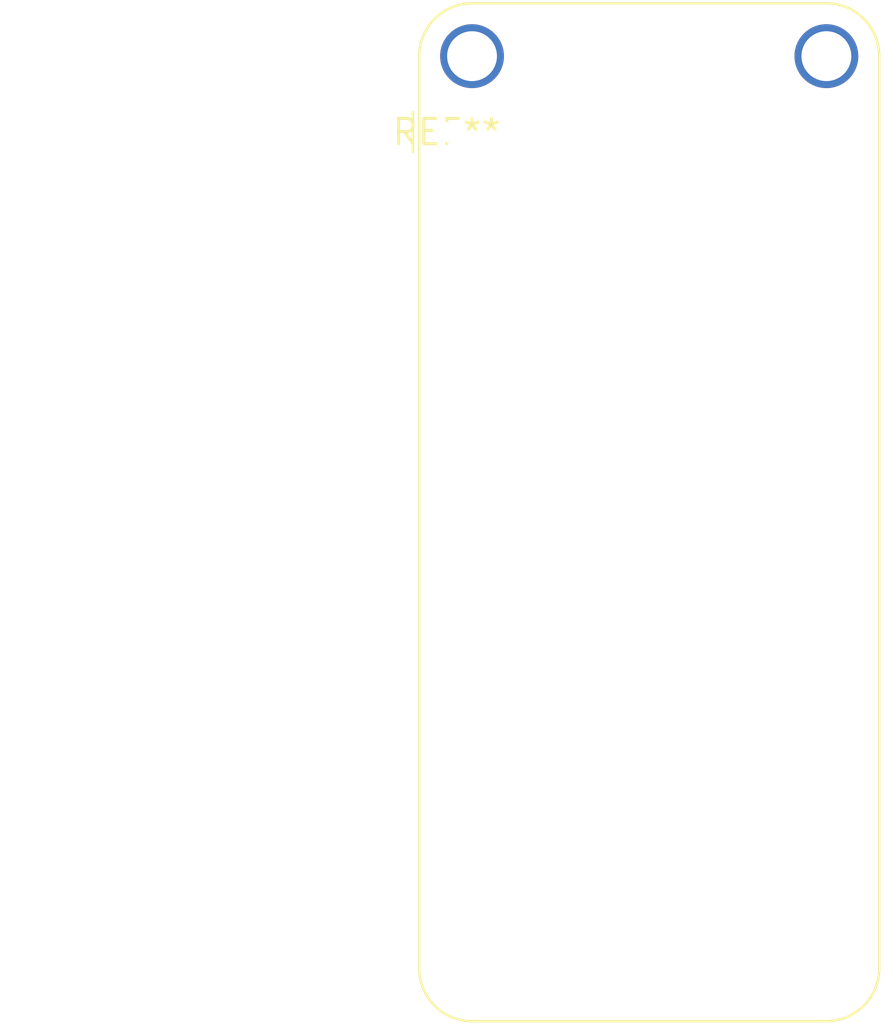
<source format=kicad_pcb>
(kicad_pcb (version 20240108) (generator pcbnew)
  (layers (0 "F.Cu" signal) (31 "B.Cu" signal) (34 "B.Paste" user) (35 "F.Paste" user) (36 "B.SilkS" user "B.Silkscreen") (37 "F.SilkS" user "F.Silkscreen") (38 "B.Mask" user) (39 "F.Mask" user) (44 "Edge.Cuts" user))
  (net 0 "")
  (footprint "Adafruit_Feather_32u4_RFM_WithMountingHoles" (layer "F.Cu") (at 0 0)
    (property "Reference" "REF**")
    (property "Value" "Adafruit_Feather_32u4_RFM_WithMountingHoles")
    (fp_line (start -1.7 1) (end -1.7 -1) (layer "F.SilkS") (stroke (width 0.12)))
    (fp_line (start -1.38 -3.81) (end -1.38 41.91) (layer "F.SilkS") (stroke (width 0.12)))
    (fp_line (start 19.05 -6.46) (end 1.27 -6.46) (layer "F.SilkS") (stroke (width 0.12)))
    (fp_line (start 19.05 44.56) (end 1.27 44.56) (layer "F.SilkS") (stroke (width 0.12)))
    (fp_line (start 21.7 -3.81) (end 21.7 41.91) (layer "F.SilkS") (stroke (width 0.12)))
    (fp_arc (start -1.38 -3.81) (mid -0.603833 -5.683833) (end 1.27 -6.46) (layer "F.SilkS") (stroke (width 0.12)))
    (fp_arc (start 1.27 44.56) (mid -0.603833 43.783833) (end -1.38 41.91) (layer "F.SilkS") (stroke (width 0.12)))
    (fp_arc (start 19.05 -6.46) (mid 20.923833 -5.683833) (end 21.7 -3.81) (layer "F.SilkS") (stroke (width 0.12)))
    (fp_arc (start 21.7 41.91) (mid 20.923833 43.783833) (end 19.05 44.56) (layer "F.SilkS") (stroke (width 0.12)))
    (pad "" np_thru_hole circle (at 1.27 -3.81 270) (size 3.2 3.2) (drill 2.5) (layers *.Cu *.Mask))
    (pad "" np_thru_hole circle (at 1.27 41.91 270) (size 2.54 2.54) (drill 2.54) (layers *.Cu *.Mask))
    (pad "" np_thru_hole circle (at 19.05 -3.81 270) (size 3.2 3.2) (drill 2.5) (layers *.Cu *.Mask))
    (pad "" np_thru_hole circle (at 19.05 41.91 270) (size 2.54 2.54) (drill 2.54) (layers *.Cu *.Mask))
    (pad "1" thru_hole roundrect (at 0 0) (size 2.6 1.6) (drill 1 (offset 0.3 0)) (layers *.Cu *.Mask) (remove_unused_layers) (roundrect_rratio 0.15625))
    (pad "2" thru_hole oval (at 0 2.54) (size 2.6 1.6) (drill 1 (offset 0.3 0)) (layers *.Cu *.Mask) (remove_unused_layers))
    (pad "3" thru_hole oval (at 0 5.08) (size 2.6 1.6) (drill 1 (offset 0.3 0)) (layers *.Cu *.Mask) (remove_unused_layers))
    (pad "4" thru_hole oval (at 0 7.62) (size 2.6 1.6) (drill 1 (offset 0.3 0)) (layers *.Cu *.Mask) (remove_unused_layers))
    (pad "5" thru_hole oval (at 0 10.16) (size 2.6 1.6) (drill 1 (offset 0.3 0)) (layers *.Cu *.Mask) (remove_unused_layers))
    (pad "6" thru_hole oval (at 0 12.7) (size 2.6 1.6) (drill 1 (offset 0.3 0)) (layers *.Cu *.Mask) (remove_unused_layers))
    (pad "7" thru_hole oval (at 0 15.24) (size 2.6 1.6) (drill 1 (offset 0.3 0)) (layers *.Cu *.Mask) (remove_unused_layers))
    (pad "8" thru_hole oval (at 0 17.78) (size 2.6 1.6) (drill 1 (offset 0.3 0)) (layers *.Cu *.Mask) (remove_unused_layers))
    (pad "9" thru_hole oval (at 0 20.32) (size 2.6 1.6) (drill 1 (offset 0.3 0)) (layers *.Cu *.Mask) (remove_unused_layers))
    (pad "10" thru_hole oval (at 0 22.86) (size 2.6 1.6) (drill 1 (offset 0.3 0)) (layers *.Cu *.Mask) (remove_unused_layers))
    (pad "11" thru_hole oval (at 0 25.4) (size 2.6 1.6) (drill 1 (offset 0.3 0)) (layers *.Cu *.Mask) (remove_unused_layers))
    (pad "12" thru_hole oval (at 0 27.94) (size 2.6 1.6) (drill 1 (offset 0.3 0)) (layers *.Cu *.Mask) (remove_unused_layers))
    (pad "13" thru_hole oval (at 0 30.48) (size 2.6 1.6) (drill 1 (offset 0.3 0)) (layers *.Cu *.Mask) (remove_unused_layers))
    (pad "14" thru_hole oval (at 0 33.02) (size 2.6 1.6) (drill 1 (offset 0.3 0)) (layers *.Cu *.Mask) (remove_unused_layers))
    (pad "15" thru_hole oval (at 0 35.56) (size 2.6 1.6) (drill 1 (offset 0.3 0)) (layers *.Cu *.Mask) (remove_unused_layers))
    (pad "16" thru_hole oval (at 0 38.1) (size 2.6 1.6) (drill 1 (offset 0.3 0)) (layers *.Cu *.Mask) (remove_unused_layers))
    (pad "17" thru_hole oval (at 20.32 38.1 180) (size 2.6 1.6) (drill 1 (offset 0.3 0)) (layers *.Cu *.Mask) (remove_unused_layers))
    (pad "18" thru_hole oval (at 20.32 35.56 180) (size 2.6 1.6) (drill 1 (offset 0.3 0)) (layers *.Cu *.Mask) (remove_unused_layers))
    (pad "19" thru_hole oval (at 20.32 33.02 180) (size 2.6 1.6) (drill 1 (offset 0.3 0)) (layers *.Cu *.Mask) (remove_unused_layers))
    (pad "20" thru_hole oval (at 20.32 30.48 180) (size 2.6 1.6) (drill 1 (offset 0.3 0)) (layers *.Cu *.Mask) (remove_unused_layers))
    (pad "21" thru_hole oval (at 20.32 27.94 180) (size 2.6 1.6) (drill 1 (offset 0.3 0)) (layers *.Cu *.Mask) (remove_unused_layers))
    (pad "22" thru_hole oval (at 20.32 25.4 180) (size 2.6 1.6) (drill 1 (offset 0.3 0)) (layers *.Cu *.Mask) (remove_unused_layers))
    (pad "23" thru_hole oval (at 20.32 22.86 180) (size 2.6 1.6) (drill 1 (offset 0.3 0)) (layers *.Cu *.Mask) (remove_unused_layers))
    (pad "24" thru_hole oval (at 20.32 20.32 180) (size 2.6 1.6) (drill 1 (offset 0.3 0)) (layers *.Cu *.Mask) (remove_unused_layers))
    (pad "25" thru_hole oval (at 20.32 17.78 180) (size 2.6 1.6) (drill 1 (offset 0.3 0)) (layers *.Cu *.Mask) (remove_unused_layers))
    (pad "26" thru_hole oval (at 20.32 15.24 180) (size 2.6 1.6) (drill 1 (offset 0.3 0)) (layers *.Cu *.Mask) (remove_unused_layers))
    (pad "27" thru_hole oval (at 20.32 12.7 180) (size 2.6 1.6) (drill 1 (offset 0.3 0)) (layers *.Cu *.Mask) (remove_unused_layers))
    (pad "28" thru_hole oval (at 20.32 10.16 180) (size 2.6 1.6) (drill 1 (offset 0.3 0)) (layers *.Cu *.Mask) (remove_unused_layers))
    (pad "29" thru_hole oval (at 3.81 43.18 90) (size 2.6 1.6) (drill 1 (offset 0.3 0)) (layers *.Cu *.Mask) (remove_unused_layers))
    (pad "30" thru_hole oval (at 11.43 43.18 90) (size 2.6 1.6) (drill 1 (offset 0.3 0)) (layers *.Cu *.Mask) (remove_unused_layers))
    (pad "31" thru_hole oval (at 13.97 43.18 90) (size 2.6 1.6) (drill 1 (offset 0.3 0)) (layers *.Cu *.Mask) (remove_unused_layers))
  )
)
</source>
